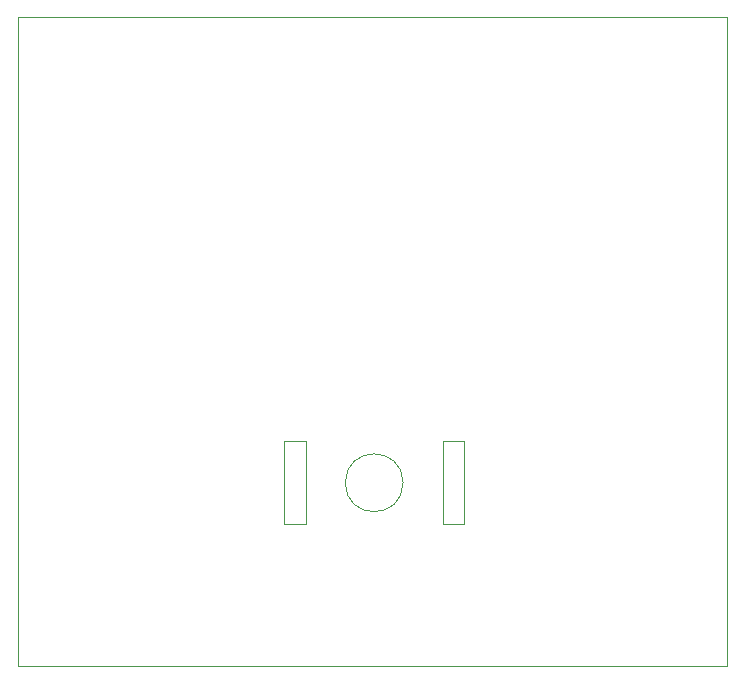
<source format=gbr>
%TF.GenerationSoftware,KiCad,Pcbnew,8.99.0-3376-g16cbb218c6*%
%TF.CreationDate,2024-12-27T08:14:29+01:00*%
%TF.ProjectId,PoE_Ethernet_GPIB_Adapter,506f455f-4574-4686-9572-6e65745f4750,rev?*%
%TF.SameCoordinates,Original*%
%TF.FileFunction,Profile,NP*%
%FSLAX46Y46*%
G04 Gerber Fmt 4.6, Leading zero omitted, Abs format (unit mm)*
G04 Created by KiCad (PCBNEW 8.99.0-3376-g16cbb218c6) date 2024-12-27 08:14:29*
%MOMM*%
%LPD*%
G01*
G04 APERTURE LIST*
%TA.AperFunction,Profile*%
%ADD10C,0.050000*%
%TD*%
%TA.AperFunction,Profile*%
%ADD11C,0.120000*%
%TD*%
G04 APERTURE END LIST*
D10*
X-31025305Y27553351D02*
X28974695Y27553351D01*
X28974695Y-27446649D01*
X-31025305Y-27446649D01*
X-31025305Y27553351D01*
D11*
%TO.C,T1*%
X-8475305Y-8396649D02*
X-8475305Y-11896649D01*
X-8475305Y-11896649D02*
X-8475305Y-15396649D01*
X-8475305Y-15396649D02*
X-6675305Y-15396649D01*
X-6675305Y-8396649D02*
X-8475305Y-8396649D01*
X-6675305Y-11896649D02*
X-6675305Y-8396649D01*
X-6675305Y-15396649D02*
X-6675305Y-11896649D01*
X4924695Y-8396649D02*
X6724695Y-8396649D01*
X4924695Y-11896649D02*
X4924695Y-8396649D01*
X4924695Y-15396649D02*
X4924695Y-11896649D01*
X6724695Y-8396649D02*
X6724695Y-11896649D01*
X6724695Y-11896649D02*
X6724695Y-15396649D01*
X6724695Y-15396649D02*
X4924695Y-15396649D01*
X1574695Y-11896649D02*
G75*
G02*
X-3325305Y-11896649I-2450000J0D01*
G01*
X-3325305Y-11896649D02*
G75*
G02*
X1574695Y-11896649I2450000J0D01*
G01*
%TD*%
M02*

</source>
